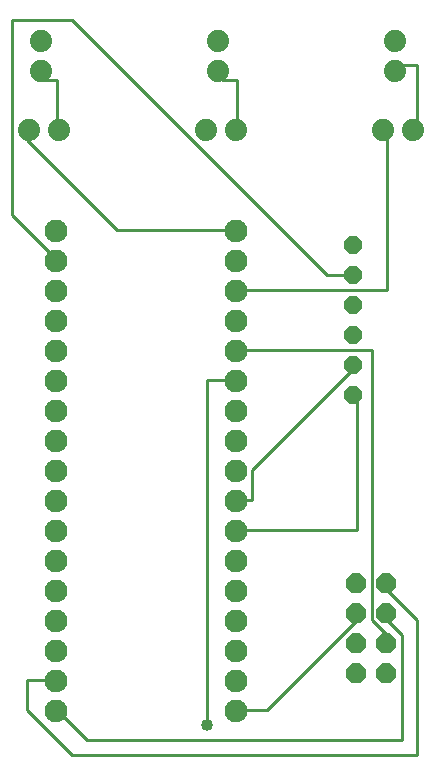
<source format=gbl>
G75*
%MOIN*%
%OFA0B0*%
%FSLAX24Y24*%
%IPPOS*%
%LPD*%
%AMOC8*
5,1,8,0,0,1.08239X$1,22.5*
%
%ADD10C,0.0760*%
%ADD11OC8,0.0660*%
%ADD12OC8,0.0600*%
%ADD13C,0.0740*%
%ADD14C,0.0100*%
%ADD15C,0.0400*%
D10*
X002652Y003660D03*
X002652Y004660D03*
X002652Y005660D03*
X002652Y006660D03*
X002652Y007660D03*
X002652Y008660D03*
X002652Y009660D03*
X002652Y010660D03*
X002652Y011660D03*
X002652Y012660D03*
X002652Y013660D03*
X002652Y014660D03*
X002652Y015660D03*
X002652Y016660D03*
X002652Y017660D03*
X002652Y018660D03*
X002652Y019660D03*
X008652Y019660D03*
X008652Y018660D03*
X008652Y017660D03*
X008652Y016660D03*
X008652Y015660D03*
X008652Y014660D03*
X008652Y013660D03*
X008652Y012660D03*
X008652Y011660D03*
X008652Y010660D03*
X008652Y009660D03*
X008652Y008660D03*
X008652Y007660D03*
X008652Y006660D03*
X008652Y005660D03*
X008652Y004660D03*
X008652Y003660D03*
D11*
X012652Y004924D03*
X012652Y005924D03*
X012652Y006924D03*
X012652Y007924D03*
X013652Y007924D03*
X013652Y006924D03*
X013652Y005924D03*
X013652Y004924D03*
D12*
X012546Y014180D03*
X012546Y015180D03*
X012546Y016180D03*
X012546Y017180D03*
X012546Y018180D03*
X012546Y019180D03*
D13*
X013566Y023015D03*
X014566Y023015D03*
X013960Y024983D03*
X013960Y025983D03*
X008660Y023015D03*
X007660Y023015D03*
X008054Y024983D03*
X008054Y025983D03*
X002755Y023015D03*
X001755Y023015D03*
X002149Y024983D03*
X002149Y025983D03*
D14*
X001680Y003680D02*
X003180Y002180D01*
X014680Y002180D01*
X014680Y006680D01*
X013680Y007680D01*
X013652Y007924D01*
X013652Y006924D02*
X013680Y006680D01*
X014180Y006180D01*
X014180Y002680D01*
X003680Y002680D01*
X002680Y003680D01*
X002652Y003660D01*
X002652Y004660D02*
X002680Y004680D01*
X001680Y004680D01*
X001680Y003680D01*
X007680Y003180D02*
X007680Y014680D01*
X008680Y014680D01*
X008652Y014660D01*
X008652Y015660D02*
X008680Y015680D01*
X013180Y015680D01*
X013180Y006680D01*
X013680Y006180D01*
X013652Y005924D01*
X012680Y006680D02*
X012652Y006924D01*
X012680Y006680D02*
X009680Y003680D01*
X008680Y003680D01*
X008652Y003660D01*
X008652Y009660D02*
X008680Y009680D01*
X012680Y009680D01*
X012680Y014180D01*
X012546Y014180D01*
X012546Y015180D02*
X012680Y015180D01*
X009180Y011680D01*
X009180Y010680D01*
X008680Y010680D01*
X008652Y010660D01*
X008652Y017660D02*
X008680Y017680D01*
X013680Y017680D01*
X013680Y022680D01*
X013566Y023015D01*
X014566Y023015D02*
X014680Y023180D01*
X014680Y025180D01*
X014180Y025180D01*
X013960Y024983D01*
X012680Y018180D02*
X012546Y018180D01*
X011680Y018180D01*
X003180Y026680D01*
X001180Y026680D01*
X001180Y020180D01*
X002680Y018680D01*
X002652Y018660D01*
X004680Y019680D02*
X008680Y019680D01*
X008652Y019660D01*
X008660Y023015D02*
X008680Y023180D01*
X008680Y024680D01*
X008180Y024680D01*
X008054Y024983D01*
X004680Y019680D02*
X001680Y022680D01*
X001755Y023015D01*
X002680Y023180D02*
X002680Y024680D01*
X002180Y024680D01*
X002149Y024983D01*
X002680Y023180D02*
X002755Y023015D01*
D15*
X007680Y003180D03*
M02*

</source>
